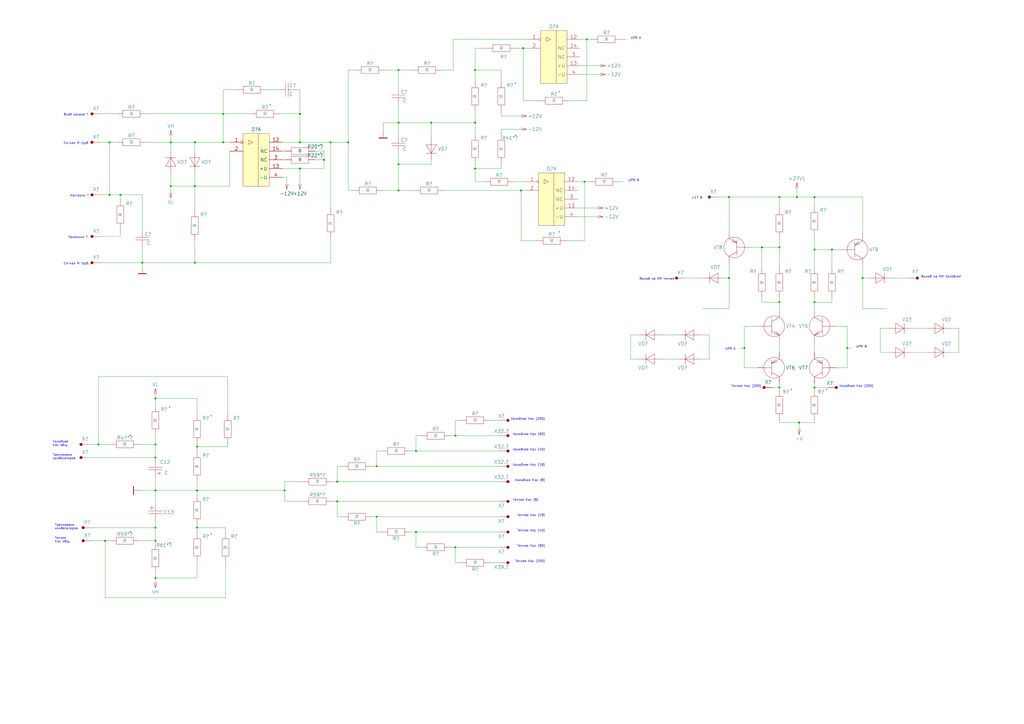
<source format=kicad_sch>
(kicad_sch (version 20231120) (generator "eeschema") (generator_version "8.0")
  (paper "A2")
  (junction (at 231.14 110.49))
  (junction (at 250.19 71.12))
  (junction (at 500.38 161.29))
  (junction (at 60.96 313.69))
  (junction (at 452.12 114.3))
  (junction (at 452.12 224.79))
  (junction (at 195.58 279.4))
  (junction (at 231.14 71.12))
  (junction (at 113.03 107.95))
  (junction (at 463.55 245.11))
  (junction (at 264.16 252.73))
  (junction (at 472.44 114.3))
  (junction (at 90.17 306.07))
  (junction (at 90.17 284.48))
  (junction (at 99.06 107.95))
  (junction (at 90.17 265.43))
  (junction (at 191.77 82.55))
  (junction (at 472.44 224.79))
  (junction (at 129.54 66.04))
  (junction (at 173.99 82.55))
  (junction (at 114.3 259.08))
  (junction (at 63.5 113.03))
  (junction (at 452.12 143.51))
  (junction (at 339.09 105.41))
  (junction (at 187.96 92.71))
  (junction (at 431.8 201.93))
  (junction (at 113.03 152.4))
  (junction (at 472.44 175.26))
  (junction (at 90.17 231.14))
  (junction (at 441.96 143.51))
  (junction (at 173.99 97.79))
  (junction (at 472.44 144.78))
  (junction (at 264.16 317.5))
  (junction (at 129.54 82.55))
  (junction (at 218.44 270.51))
  (junction (at 69.85 113.03))
  (junction (at 231.14 40.64))
  (junction (at 340.36 22.86))
  (junction (at 241.3 261.62))
  (junction (at 165.1 284.48))
  (junction (at 302.26 110.49))
  (junction (at 113.03 82.55))
  (junction (at 231.14 95.25))
  (junction (at 195.58 290.83))
  (junction (at 218.44 299.72))
  (junction (at 241.3 308.61))
  (junction (at 173.99 66.04))
  (junction (at 462.28 114.3))
  (junction (at 422.91 161.29))
  (junction (at 275.59 40.64))
  (junction (at 422.91 114.3))
  (junction (at 82.55 152.4))
  (junction (at 63.5 82.55))
  (junction (at 452.12 175.26))
  (junction (at 57.15 257.81))
  (junction (at 90.17 335.28))
  (junction (at 114.3 284.48))
  (junction (at 99.06 82.55))
  (junction (at 303.53 27.94))
  (junction (at 491.49 201.93))
  (junction (at 90.17 257.81))
  (junction (at 275.59 97.79))
  (junction (at 275.59 71.12))
  (junction (at 201.93 82.55))
  (junction (at 90.17 313.69))
  (junction (at 114.3 306.07))
  (junction (at 482.6 144.78))
  (wire (pts (xy 193.04 279.4) (xy 195.58 279.4)))
  (wire (pts (xy 472.44 172.72) (xy 472.44 175.26)))
  (wire (pts (xy 114.3 231.14) (xy 90.17 231.14)))
  (wire (pts (xy 99.06 100.33) (xy 99.06 107.95)))
  (wire (pts (xy 154.94 52.07) (xy 161.29 52.07)))
  (wire (pts (xy 452.12 143.51) (xy 452.12 154.94)))
  (wire (pts (xy 462.28 114.3) (xy 472.44 114.3)))
  (wire (pts (xy 328.93 139.7) (xy 339.09 139.7)))
  (wire (pts (xy 472.44 198.12) (xy 472.44 204.47)))
  (wire (pts (xy 201.93 40.64) (xy 201.93 82.55)))
  (wire (pts (xy 173.99 52.07) (xy 173.99 66.04)))
  (wire (pts (xy 218.44 261.62) (xy 220.98 261.62)))
  (wire (pts (xy 90.17 257.81) (xy 90.17 265.43)))
  (wire (pts (xy 261.62 317.5) (xy 264.16 317.5)))
  (wire (pts (xy 441.96 175.26) (xy 452.12 175.26)))
  (wire (pts (xy 290.83 95.25) (xy 290.83 97.79)))
  (wire (pts (xy 130.81 326.39) (xy 130.81 346.71)))
  (wire (pts (xy 63.5 113.03) (xy 69.85 113.03)))
  (wire (pts (xy 85.09 66.04) (xy 129.54 66.04)))
  (wire (pts (xy 81.28 313.69) (xy 90.17 313.69)))
  (wire (pts (xy 311.15 139.7) (xy 302.26 139.7)))
  (wire (pts (xy 195.58 279.4) (xy 289.56 279.4)))
  (wire (pts (xy 441.96 154.94) (xy 441.96 143.51)))
  (wire (pts (xy 527.05 161.29) (xy 516.89 161.29)))
  (wire (pts (xy 231.14 40.64) (xy 231.14 50.8)))
  (wire (pts (xy 90.17 337.82) (xy 90.17 335.28)))
  (wire (pts (xy 90.17 231.14) (xy 90.17 228.6)))
  (wire (pts (xy 60.96 313.69) (xy 63.5 313.69)))
  (wire (pts (xy 472.44 226.06) (xy 472.44 224.79)))
  (wire (pts (xy 129.54 66.04) (xy 129.54 52.07)))
  (wire (pts (xy 222.25 71.12) (xy 231.14 71.12)))
  (wire (pts (xy 528.32 190.5) (xy 538.48 190.5)))
  (wire (pts (xy 500.38 161.29) (xy 500.38 153.67)))
  (wire (pts (xy 81.28 284.48) (xy 90.17 284.48)))
  (wire (pts (xy 191.77 82.55) (xy 191.77 120.65)))
  (wire (pts (xy 264.16 252.73) (xy 289.56 252.73)))
  (wire (pts (xy 90.17 302.26) (xy 90.17 306.07)))
  (wire (pts (xy 452.12 243.84) (xy 452.12 245.11)))
  (wire (pts (xy 420.37 161.29) (xy 422.91 161.29)))
  (wire (pts (xy 238.76 261.62) (xy 241.3 261.62)))
  (wire (pts (xy 262.89 40.64) (xy 262.89 22.86)))
  (wire (pts (xy 231.14 71.12) (xy 250.19 71.12)))
  (wire (pts (xy 113.03 100.33) (xy 113.03 107.95)))
  (wire (pts (xy 58.42 152.4) (xy 82.55 152.4)))
  (wire (pts (xy 231.14 40.64) (xy 238.76 40.64)))
  (wire (pts (xy 264.16 243.84) (xy 266.7 243.84)))
  (wire (pts (xy 231.14 110.49) (xy 240.03 110.49)))
  (wire (pts (xy 90.17 234.95) (xy 90.17 231.14)))
  (wire (pts (xy 275.59 97.79) (xy 275.59 105.41)))
  (wire (pts (xy 472.44 114.3) (xy 500.38 114.3)))
  (wire (pts (xy 299.72 27.94) (xy 303.53 27.94)))
  (wire (pts (xy 452.12 224.79) (xy 452.12 222.25)))
  (wire (pts (xy 363.22 22.86) (xy 360.68 22.86)))
  (wire (pts (xy 250.19 95.25) (xy 231.14 95.25)))
  (wire (pts (xy 452.12 114.3) (xy 452.12 120.65)))
  (wire (pts (xy 290.83 97.79) (xy 275.59 97.79)))
  (wire (pts (xy 312.42 58.42) (xy 303.53 58.42)))
  (wire (pts (xy 57.15 218.44) (xy 57.15 257.81)))
  (wire (pts (xy 510.54 204.47) (xy 515.62 204.47)))
  (wire (pts (xy 528.32 204.47) (xy 538.48 204.47)))
  (wire (pts (xy 284.48 243.84) (xy 289.56 243.84)))
  (wire (pts (xy 422.91 161.29) (xy 422.91 152.4)))
  (wire (pts (xy 218.44 270.51) (xy 218.44 261.62)))
  (wire (pts (xy 250.19 92.71) (xy 250.19 95.25)))
  (wire (pts (xy 261.62 252.73) (xy 264.16 252.73)))
  (wire (pts (xy 452.12 204.47) (xy 452.12 198.12)))
  (wire (pts (xy 193.04 290.83) (xy 195.58 290.83)))
  (wire (pts (xy 129.54 82.55) (xy 133.35 82.55)))
  (wire (pts (xy 485.14 213.36) (xy 491.49 213.36)))
  (wire (pts (xy 218.44 299.72) (xy 218.44 308.61)))
  (wire (pts (xy 171.45 52.07) (xy 173.99 52.07)))
  (wire (pts (xy 195.58 290.83) (xy 195.58 299.72)))
  (wire (pts (xy 275.59 77.47) (xy 275.59 71.12)))
  (wire (pts (xy 298.45 105.41) (xy 304.8 105.41)))
  (wire (pts (xy 144.78 66.04) (xy 129.54 66.04)))
  (wire (pts (xy 63.5 82.55) (xy 67.31 82.55)))
  (wire (pts (xy 452.12 180.34) (xy 452.12 175.26)))
  (wire (pts (xy 515.62 190.5) (xy 510.54 190.5)))
  (wire (pts (xy 191.77 152.4) (xy 113.03 152.4)))
  (wire (pts (xy 500.38 114.3) (xy 500.38 135.89)))
  (wire (pts (xy 504.19 161.29) (xy 500.38 161.29)))
  (wire (pts (xy 129.54 66.04) (xy 129.54 82.55)))
  (wire (pts (xy 132.08 259.08) (xy 132.08 257.81)))
  (wire (pts (xy 130.81 306.07) (xy 130.81 308.61)))
  (wire (pts (xy 231.14 60.96) (xy 231.14 71.12)))
  (wire (pts (xy 406.4 208.28) (xy 411.48 208.28)))
  (wire (pts (xy 284.48 326.39) (xy 289.56 326.39)))
  (wire (pts (xy 132.08 218.44) (xy 57.15 218.44)))
  (wire (pts (xy 163.83 102.87) (xy 166.37 102.87)))
  (wire (pts (xy 452.12 175.26) (xy 452.12 172.72)))
  (wire (pts (xy 187.96 92.71) (xy 182.88 92.71)))
  (wire (pts (xy 336.55 43.18) (xy 347.98 43.18)))
  (wire (pts (xy 163.83 82.55) (xy 173.99 82.55)))
  (wire (pts (xy 491.49 201.93) (xy 491.49 189.23)))
  (wire (pts (xy 58.42 66.04) (xy 67.31 66.04)))
  (wire (pts (xy 441.96 172.72) (xy 441.96 175.26)))
  (wire (pts (xy 173.99 66.04) (xy 162.56 66.04)))
  (wire (pts (xy 472.44 224.79) (xy 472.44 222.25)))
  (wire (pts (xy 114.3 259.08) (xy 114.3 257.81)))
  (wire (pts (xy 347.98 38.1) (xy 336.55 38.1)))
  (wire (pts (xy 365.76 194.31) (xy 370.84 194.31)))
  (wire (pts (xy 264.16 317.5) (xy 289.56 317.5)))
  (wire (pts (xy 452.12 138.43) (xy 452.12 143.51)))
  (wire (pts (xy 165.1 290.83) (xy 165.1 284.48)))
  (wire (pts (xy 365.76 208.28) (xy 365.76 194.31)))
  (wire (pts (xy 187.96 92.71) (xy 187.96 97.79)))
  (wire (pts (xy 114.3 306.07) (xy 114.3 308.61)))
  (wire (pts (xy 58.42 82.55) (xy 63.5 82.55)))
  (wire (pts (xy 191.77 82.55) (xy 201.93 82.55)))
  (wire (pts (xy 173.99 97.79) (xy 173.99 106.68)))
  (wire (pts (xy 411.48 194.31) (xy 406.4 194.31)))
  (wire (pts (xy 452.12 245.11) (xy 463.55 245.11)))
  (wire (pts (xy 113.03 152.4) (xy 113.03 139.7)))
  (wire (pts (xy 397.51 161.29) (xy 407.67 161.29)))
  (wire (pts (xy 114.3 240.03) (xy 114.3 231.14)))
  (wire (pts (xy 165.1 279.4) (xy 165.1 284.48)))
  (wire (pts (xy 275.59 105.41) (xy 280.67 105.41)))
  (wire (pts (xy 241.3 261.62) (xy 289.56 261.62)))
  (wire (pts (xy 431.8 189.23) (xy 439.42 189.23)))
  (wire (pts (xy 491.49 189.23) (xy 485.14 189.23)))
  (wire (pts (xy 422.91 161.29) (xy 422.91 179.07)))
  (wire (pts (xy 290.83 67.31) (xy 290.83 64.77)))
  (wire (pts (xy 303.53 27.94) (xy 306.07 27.94)))
  (wire (pts (xy 114.3 304.8) (xy 114.3 306.07)))
  (wire (pts (xy 133.35 87.63) (xy 133.35 107.95)))
  (wire (pts (xy 551.18 190.5) (xy 556.26 190.5)))
  (wire (pts (xy 82.55 152.4) (xy 113.03 152.4)))
  (wire (pts (xy 264.16 317.5) (xy 264.16 326.39)))
  (wire (pts (xy 335.28 125.73) (xy 346.71 125.73)))
  (wire (pts (xy 448.31 224.79) (xy 452.12 224.79)))
  (wire (pts (xy 114.3 335.28) (xy 90.17 335.28)))
  (wire (pts (xy 411.48 208.28) (xy 411.48 194.31)))
  (wire (pts (xy 99.06 107.95) (xy 113.03 107.95)))
  (wire (pts (xy 361.95 105.41) (xy 359.41 105.41)))
  (wire (pts (xy 60.96 346.71) (xy 60.96 313.69)))
  (wire (pts (xy 250.19 80.01) (xy 250.19 71.12)))
  (wire (pts (xy 556.26 204.47) (xy 551.18 204.47)))
  (wire (pts (xy 500.38 161.29) (xy 500.38 179.07)))
  (wire (pts (xy 482.6 154.94) (xy 482.6 144.78)))
  (wire (pts (xy 114.3 306.07) (xy 130.81 306.07)))
  (wire (pts (xy 330.2 58.42) (xy 340.36 58.42)))
  (wire (pts (xy 90.17 284.48) (xy 90.17 276.86)))
  (wire (pts (xy 163.83 87.63) (xy 165.1 87.63)))
  (wire (pts (xy 52.07 265.43) (xy 90.17 265.43)))
  (wire (pts (xy 191.77 138.43) (xy 191.77 152.4)))
  (wire (pts (xy 256.54 40.64) (xy 262.89 40.64)))
  (wire (pts (xy 223.52 40.64) (xy 231.14 40.64)))
  (wire (pts (xy 90.17 252.73) (xy 90.17 257.81)))
  (wire (pts (xy 132.08 240.03) (xy 132.08 218.44)))
  (wire (pts (xy 69.85 113.03) (xy 69.85 115.57)))
  (wire (pts (xy 195.58 290.83) (xy 289.56 290.83)))
  (wire (pts (xy 173.99 82.55) (xy 173.99 66.04)))
  (wire (pts (xy 114.3 284.48) (xy 114.3 279.4)))
  (wire (pts (xy 231.14 88.9) (xy 231.14 95.25)))
  (wire (pts (xy 472.44 180.34) (xy 472.44 175.26)))
  (wire (pts (xy 53.34 306.07) (xy 90.17 306.07)))
  (wire (pts (xy 422.91 179.07) (xy 407.67 179.07)))
  (wire (pts (xy 482.6 144.78) (xy 487.68 144.78)))
  (wire (pts (xy 215.9 270.51) (xy 218.44 270.51)))
  (wire (pts (xy 472.44 224.79) (xy 480.06 224.79)))
  (wire (pts (xy 262.89 22.86) (xy 306.07 22.86)))
  (wire (pts (xy 58.42 113.03) (xy 63.5 113.03)))
  (wire (pts (xy 82.55 133.35) (xy 82.55 113.03)))
  (wire (pts (xy 63.5 113.03) (xy 63.5 82.55)))
  (wire (pts (xy 339.09 105.41) (xy 341.63 105.41)))
  (wire (pts (xy 90.17 306.07) (xy 90.17 313.69)))
  (wire (pts (xy 241.3 308.61) (xy 289.56 308.61)))
  (wire (pts (xy 370.84 208.28) (xy 365.76 208.28)))
  (wire (pts (xy 241.3 252.73) (xy 243.84 252.73)))
  (wire (pts (xy 264.16 252.73) (xy 264.16 243.84)))
  (wire (pts (xy 264.16 326.39) (xy 266.7 326.39)))
  (wire (pts (xy 431.8 213.36) (xy 431.8 201.93)))
  (wire (pts (xy 500.38 179.07) (xy 514.35 179.07)))
  (wire (pts (xy 393.7 208.28) (xy 383.54 208.28)))
  (wire (pts (xy 82.55 152.4) (xy 82.55 143.51)))
  (wire (pts (xy 187.96 87.63) (xy 187.96 92.71)))
  (wire (pts (xy 422.91 114.3) (xy 452.12 114.3)))
  (wire (pts (xy 99.06 82.55) (xy 113.03 82.55)))
  (wire (pts (xy 58.42 137.16) (xy 69.85 137.16)))
  (wire (pts (xy 302.26 67.31) (xy 290.83 67.31)))
  (wire (pts (xy 218.44 299.72) (xy 289.56 299.72)))
  (wire (pts (xy 195.58 270.51) (xy 198.12 270.51)))
  (wire (pts (xy 53.34 313.69) (xy 60.96 313.69)))
  (wire (pts (xy 90.17 265.43) (xy 90.17 266.7)))
  (wire (pts (xy 231.14 95.25) (xy 231.14 110.49)))
  (wire (pts (xy 250.19 71.12) (xy 275.59 71.12)))
  (wire (pts (xy 113.03 121.92) (xy 113.03 107.95)))
  (wire (pts (xy 218.44 308.61) (xy 220.98 308.61)))
  (wire (pts (xy 472.44 114.3) (xy 472.44 119.38)))
  (wire (pts (xy 175.26 290.83) (xy 165.1 290.83)))
  (wire (pts (xy 393.7 194.31) (xy 383.54 194.31)))
  (wire (pts (xy 303.53 58.42) (xy 303.53 27.94)))
  (wire (pts (xy 452.12 226.06) (xy 452.12 224.79)))
  (wire (pts (xy 222.25 110.49) (xy 231.14 110.49)))
  (wire (pts (xy 215.9 299.72) (xy 218.44 299.72)))
  (wire (pts (xy 90.17 292.1) (xy 90.17 284.48)))
  (wire (pts (xy 463.55 245.11) (xy 472.44 245.11)))
  (wire (pts (xy 335.28 105.41) (xy 339.09 105.41)))
  (wire (pts (xy 90.17 335.28) (xy 90.17 332.74)))
  (wire (pts (xy 241.3 261.62) (xy 241.3 252.73)))
  (wire (pts (xy 340.36 58.42) (xy 340.36 22.86)))
  (wire (pts (xy 99.06 82.55) (xy 99.06 78.74)))
  (wire (pts (xy 99.06 87.63) (xy 99.06 82.55)))
  (wire (pts (xy 195.58 279.4) (xy 195.58 270.51)))
  (wire (pts (xy 90.17 313.69) (xy 90.17 314.96)))
  (wire (pts (xy 114.3 326.39) (xy 114.3 335.28)))
  (wire (pts (xy 130.81 346.71) (xy 60.96 346.71)))
  (wire (pts (xy 114.3 259.08) (xy 132.08 259.08)))
  (wire (pts (xy 257.81 110.49) (xy 302.26 110.49)))
  (wire (pts (xy 510.54 190.5) (xy 510.54 204.47)))
  (wire (pts (xy 462.28 114.3) (xy 462.28 109.22)))
  (wire (pts (xy 90.17 284.48) (xy 114.3 284.48)))
  (wire (pts (xy 85.09 82.55) (xy 99.06 82.55)))
  (wire (pts (xy 275.59 27.94) (xy 281.94 27.94)))
  (wire (pts (xy 163.83 97.79) (xy 173.99 97.79)))
  (wire (pts (xy 69.85 137.16) (xy 69.85 133.35)))
  (wire (pts (xy 173.99 82.55) (xy 191.77 82.55)))
  (wire (pts (xy 275.59 95.25) (xy 275.59 97.79)))
  (wire (pts (xy 482.6 175.26) (xy 482.6 172.72)))
  (wire (pts (xy 472.44 175.26) (xy 482.6 175.26)))
  (wire (pts (xy 472.44 245.11) (xy 472.44 243.84)))
  (wire (pts (xy 82.55 154.94) (xy 82.55 152.4)))
  (wire (pts (xy 52.07 257.81) (xy 57.15 257.81)))
  (wire (pts (xy 431.8 201.93) (xy 429.26 201.93)))
  (wire (pts (xy 441.96 143.51) (xy 452.12 143.51)))
  (wire (pts (xy 238.76 308.61) (xy 241.3 308.61)))
  (wire (pts (xy 302.26 139.7) (xy 302.26 110.49)))
  (wire (pts (xy 204.47 110.49) (xy 201.93 110.49)))
  (wire (pts (xy 129.54 52.07) (xy 137.16 52.07)))
  (wire (pts (xy 57.15 257.81) (xy 63.5 257.81)))
  (wire (pts (xy 336.55 22.86) (xy 340.36 22.86)))
  (wire (pts (xy 491.49 213.36) (xy 491.49 201.93)))
  (wire (pts (xy 431.8 201.93) (xy 431.8 189.23)))
  (wire (pts (xy 218.44 270.51) (xy 289.56 270.51)))
  (wire (pts (xy 346.71 120.65) (xy 335.28 120.65)))
  (wire (pts (xy 275.59 71.12) (xy 275.59 64.77)))
  (wire (pts (xy 241.3 317.5) (xy 243.84 317.5)))
  (wire (pts (xy 175.26 279.4) (xy 165.1 279.4)))
  (wire (pts (xy 275.59 40.64) (xy 275.59 27.94)))
  (wire (pts (xy 113.03 82.55) (xy 129.54 82.55)))
  (wire (pts (xy 99.06 111.76) (xy 99.06 107.95)))
  (wire (pts (xy 182.88 87.63) (xy 187.96 87.63)))
  (wire (pts (xy 113.03 107.95) (xy 133.35 107.95)))
  (wire (pts (xy 482.6 144.78) (xy 472.44 144.78)))
  (wire (pts (xy 81.28 257.81) (xy 90.17 257.81)))
  (wire (pts (xy 231.14 71.12) (xy 231.14 78.74)))
  (wire (pts (xy 241.3 308.61) (xy 241.3 317.5)))
  (wire (pts (xy 165.1 92.71) (xy 163.83 92.71)))
  (wire (pts (xy 556.26 190.5) (xy 556.26 204.47)))
  (wire (pts (xy 416.56 114.3) (xy 422.91 114.3)))
  (wire (pts (xy 290.83 74.93) (xy 302.26 74.93)))
  (wire (pts (xy 275.59 46.99) (xy 275.59 40.64)))
  (wire (pts (xy 201.93 40.64) (xy 205.74 40.64)))
  (wire (pts (xy 463.55 248.92) (xy 463.55 245.11)))
  (wire (pts (xy 222.25 76.2) (xy 222.25 71.12)))
  (wire (pts (xy 340.36 22.86) (xy 342.9 22.86)))
  (wire (pts (xy 339.09 139.7) (xy 339.09 105.41)))
  (wire (pts (xy 195.58 299.72) (xy 198.12 299.72)))
  (wire (pts (xy 302.26 110.49) (xy 304.8 110.49)))
  (wire (pts (xy 290.83 46.99) (xy 290.83 40.64)))
  (wire (pts (xy 114.3 284.48) (xy 165.1 284.48)))
  (wire (pts (xy 290.83 40.64) (xy 275.59 40.64)))
  (wire (pts (xy 114.3 261.62) (xy 114.3 259.08)))
  (wire (pts (xy 113.03 87.63) (xy 113.03 82.55)))
  (wire (pts (xy 173.99 97.79) (xy 187.96 97.79)))
  (wire (pts (xy 166.37 102.87) (xy 166.37 106.68)))
  (wire (pts (xy 439.42 213.36) (xy 431.8 213.36)))
  (wire (pts (xy 201.93 82.55) (xy 201.93 110.49)))
  (wire (pts (xy 290.83 77.47) (xy 290.83 74.93)))
  (wire (pts (xy 441.96 143.51) (xy 435.61 143.51)))
  (wire (pts (xy 114.3 284.48) (xy 114.3 287.02)))
  (wire (pts (xy 472.44 154.94) (xy 472.44 144.78)))
  (wire (pts (xy 422.91 134.62) (xy 422.91 114.3)))
  (wire (pts (xy 452.12 114.3) (xy 462.28 114.3)))
  (wire (pts (xy 82.55 113.03) (xy 69.85 113.03)))
  (wire (pts (xy 494.03 201.93) (xy 491.49 201.93)))
  (wire (pts (xy 472.44 144.78) (xy 472.44 137.16)))
  (text "*" (at 298.45 49.53 0) (effects (font (size 1.27 1.27)) (justify left bottom)))
  (text "Холоднее Кос (200)" (at 316.23 243.84 0) (effects (font (size 1.27 1.27)) (justify right bottom)))
  (text "*" (at 323.85 135.89 0) (effects (font (size 1.27 1.27)) (justify left bottom)))
  (text "Вход канала Т" (at 36.83 67.31 0) (effects (font (size 1.27 1.27)) (justify left bottom)))
  (text "Холоднее Кос (40)" (at 316.23 261.62 0) (effects (font (size 1.27 1.27)) (justify right bottom)))
  (text "Теплее Кос (18)" (at 316.23 299.72 0) (effects (font (size 1.27 1.27)) (justify right bottom)))
  (text "Теплее Кос (200)" (at 424.18 224.79 0) (effects (font (size 1.27 1.27)) (justify left bottom)))
  (text "*" (at 458.47 227.33 0) (effects (font (size 1.27 1.27)) (justify left bottom)))
  (text "*" (at 185.42 90.17 0) (effects (font (size 1.27 1.27)) (justify left bottom)))
  (text "*" (at 298.45 80.01 0) (effects (font (size 1.27 1.27)) (justify left bottom)))
  (text "*" (at 74.93 254 0) (effects (font (size 1.27 1.27)) (justify left bottom)))
  (text "Контроль Т" (at 40.64 114.3 0) (effects (font (size 1.27 1.27)) (justify left bottom)))
  (text "Сигнал М труб." (at 36.83 153.67 0) (effects (font (size 1.27 1.27)) (justify left bottom)))
  (text "Холоднее Кос (90)" (at 316.23 252.73 0) (effects (font (size 1.27 1.27)) (justify right bottom)))
  (text "Теплее Кос (8)" (at 312.42 290.83 0) (effects (font (size 1.27 1.27)) (justify right bottom)))
  (text "Теплее\nКос общ." (at 31.75 314.96 0) (effects (font (size 1.27 1.27)) (justify left bottom)))
  (text "Тренировка \nкондесаторов" (at 30.48 266.7 0) (effects (font (size 1.27 1.27)) (justify left bottom)))
  (text "UPR A" (at 426.72 203.2 0) (effects (font (size 1.27 1.27)) (justify right bottom)))
  (text "Холоднее Кос (18)" (at 316.23 270.51 0) (effects (font (size 1.27 1.27)) (justify right bottom)))
  (text "Холоднее Кос (8)" (at 316.23 279.4 0) (effects (font (size 1.27 1.27)) (justify right bottom)))
  (text "*" (at 97.79 237.49 0) (effects (font (size 1.27 1.27)) (justify left bottom)))
  (text "*" (at 97.79 316.23 0) (effects (font (size 1.27 1.27)) (justify left bottom)))
  (text "*" (at 121.92 311.15 0) (effects (font (size 1.27 1.27)) (justify left bottom)))
  (text "*" (at 323.85 54.61 0) (effects (font (size 1.27 1.27)) (justify left bottom)))
  (text "Выход на ИМ теплее" (at 370.84 162.56 0) (effects (font (size 1.27 1.27)) (justify left bottom)))
  (text "Холоднее \nКос общ." (at 30.48 259.08 0) (effects (font (size 1.27 1.27)) (justify left bottom)))
  (text "Теплее Кос (200)" (at 316.23 326.39 0) (effects (font (size 1.27 1.27)) (justify right bottom)))
  (text "Теплее Кос (40)" (at 316.23 308.61 0) (effects (font (size 1.27 1.27)) (justify right bottom)))
  (text "*" (at 156.21 62.23 0) (effects (font (size 1.27 1.27)) (justify left bottom)))
  (text "Выход на ИМ Холоднее" (at 557.53 161.29 0) (effects (font (size 1.27 1.27)) (justify right bottom)))
  (text "*" (at 121.92 242.57 0) (effects (font (size 1.27 1.27)) (justify left bottom)))
  (text "Сигнал М труб" (at 36.83 83.82 0) (effects (font (size 1.27 1.27)) (justify left bottom)))
  (text "Теплее Кос (90)" (at 316.23 317.5 0) (effects (font (size 1.27 1.27)) (justify right bottom)))
  (text "*" (at 185.42 85.09 0) (effects (font (size 1.27 1.27)) (justify left bottom)))
  (text "UPR A" (at 365.76 22.86 0) (effects (font (size 1.27 1.27)) (justify left bottom)))
  (text "UPR B" (at 496.57 201.93 0) (effects (font (size 1.27 1.27)) (justify left bottom)))
  (text "*" (at 478.79 227.33 0) (effects (font (size 1.27 1.27)) (justify left bottom)))
  (text " +27 B" (at 400.05 115.57 0) (effects (font (size 1.27 1.27)) (justify left bottom)))
  (text "Тренировка \nкондесаторов" (at 31.75 307.34 0) (effects (font (size 1.27 1.27)) (justify left bottom)))
  (text "Холоднее Кос (200)" (at 506.73 224.79 0) (effects (font (size 1.27 1.27)) (justify right bottom)))
  (text "Приемник Т " (at 39.37 138.43 0) (effects (font (size 1.27 1.27)) (justify left bottom)))
  (text "UPR B" (at 364.49 105.41 0) (effects (font (size 1.27 1.27)) (justify left bottom)))
  (text "*" (at 74.93 309.88 0) (effects (font (size 1.27 1.27)) (justify left bottom)))
  (symbol (lib_id "Device_GOST:VD") (at 99.06 93.98 270) (unit 1)
    (property "Reference" "VD?" (at 102.7684 93.98 90) (effects (font (size 2.0066 2.0066)) (justify left)))
    (property "Value" "VD" (effects (hide yes)))
    (instances (project "" (path "" (reference "VD?") (unit 1)) (path "" (reference "VD2") (unit 1))))
  )
  (symbol (lib_id "Device_GOST:VD") (at 113.03 93.98 90) (unit 1)
    (property "Reference" "VD?" (at 116.7384 93.98 90) (effects (font (size 2.0066 2.0066)) (justify right)))
    (property "Value" "VD" (effects (hide yes)))
    (instances (project "" (path "" (reference "VD?") (unit 1)) (path "" (reference "VD3") (unit 1))))
  )
  (symbol (lib_id "Amplifier_Operational_GOST:140УД20") (at 148.59 92.71 0) (unit 1)
    (property "Reference" "D?" (at 148.59 75.057 0) (effects (font (size 2.0066 2.0066))))
    (property "Value" "140УД20" (effects (hide yes)))
    (property "Footprint" "Package_CDFP_RU:401.14-5" (effects (hide yes)))
    (property "Datasheet" "http://www.voshod-krlz.ru/files/datasheets/140UD20.pdf" (effects (hide yes)))
    (instances (project "" (path "" (reference "D?") (unit 1)) (path "" (reference "D3") (unit 1))))
  )
  (symbol (lib_id "Device_GOST:R") (at 153.67 66.04 0) (unit 1)
    (property "Reference" "R?" (at 153.67 62.23 0) (effects (font (size 2.0066 2.0066))))
    (property "Value" "R" (at 153.67 66.04 0) (effects (font (size 2.0066 2.0066))))
    (instances (project "" (path "" (reference "R?") (unit 1)) (path "" (reference "R17") (unit 1))))
  )
  (symbol (lib_id "Connector_Generic_GOST:CON") (at 58.42 66.04 0) (unit 1)
    (property "Reference" "X?" (at 55.7022 62.865 0) (effects (font (size 2.0066 2.0066))))
    (property "Value" "CON" (effects (hide yes)))
    (property "PIN" "NAME" (effects (hide yes)))
    (instances (project "" (path "" (reference "X?") (unit 1)) (path "" (reference "X31") (unit 1))))
  )
  (symbol (lib_id "Connector_Generic_GOST:CON") (at 58.42 82.55 0) (unit 1)
    (property "Reference" "X?" (at 55.7022 79.375 0) (effects (font (size 2.0066 2.0066))))
    (property "Value" "CON" (effects (hide yes)))
    (property "PIN" "NAME" (effects (hide yes)))
    (instances (project "" (path "" (reference "X?") (unit 1)) (path "" (reference "X20") (unit 1))))
  )
  (symbol (lib_id "Connector_Generic_GOST:CON") (at 58.42 113.03 0) (unit 1)
    (property "Reference" "X?" (at 55.7022 109.855 0) (effects (font (size 2.0066 2.0066))))
    (property "Value" "CON" (effects (hide yes)))
    (property "PIN" "NAME" (effects (hide yes)))
    (instances (project "" (path "" (reference "X?") (unit 1)) (path "" (reference "X24") (unit 1))))
  )
  (symbol (lib_id "Connector_Generic_GOST:CON") (at 58.42 137.16 0) (unit 1)
    (property "Reference" "X?" (at 55.7022 133.985 0) (effects (font (size 2.0066 2.0066))))
    (property "Value" "CON" (effects (hide yes)))
    (property "PIN" "NAME" (effects (hide yes)))
    (instances (project "" (path "" (reference "X?") (unit 1)) (path "" (reference "X12") (unit 1))))
  )
  (symbol (lib_id "Connector_Generic_GOST:CON") (at 58.42 152.4 0) (unit 1)
    (property "Reference" "X?" (at 55.7022 149.225 0) (effects (font (size 2.0066 2.0066))))
    (property "Value" "CON" (effects (hide yes)))
    (property "PIN" "NAME" (effects (hide yes)))
    (instances (project "" (path "" (reference "X?") (unit 1)) (path "" (reference "X11") (unit 1))))
  )
  (symbol (lib_id "power_GOST:+12V") (at 173.99 106.68 180) (unit 1)
    (property "Reference" "#PWR?" (effects (hide yes)))
    (property "Value" "+12V" (at 173.99 112.268 0) (effects (font (size 2.0066 2.0066))))
  )
  (symbol (lib_id "power_GOST:-12V") (at 166.37 106.68 0) (unit 1)
    (property "Reference" "#PWR?" (effects (hide yes)))
    (property "Value" "-12V" (at 166.37 112.268 0) (effects (font (size 2.0066 2.0066))))
  )
  (symbol (lib_id "Device_GOST:R") (at 173.99 87.63 0) (unit 1)
    (property "Reference" "R20*?" (at 182.88 85.09 0) (effects (font (size 2.0066 2.0066))))
    (property "Value" "R" (at 173.99 87.63 0) (effects (font (size 2.0066 2.0066))))
    (instances (project "" (path "" (reference "R20*?") (unit 1)) (path "" (reference "R21") (unit 1))))
  )
  (symbol (lib_id "Device_GOST:R") (at 173.99 92.71 0) (unit 1)
    (property "Reference" "R22*?" (at 182.88 90.17 0) (effects (font (size 2.0066 2.0066))))
    (property "Value" "R" (at 173.99 92.71 0) (effects (font (size 2.0066 2.0066))))
    (instances (project "" (path "" (reference "R22*?") (unit 1)) (path "" (reference "R23") (unit 1))))
  )
  (symbol (lib_id "Device_GOST:R") (at 76.2 66.04 0) (unit 1)
    (property "Reference" "R?" (at 76.2 62.23 0) (effects (font (size 2.0066 2.0066))))
    (property "Value" "R" (at 76.2 66.04 0) (effects (font (size 2.0066 2.0066))))
    (instances (project "" (path "" (reference "R?") (unit 1)) (path "" (reference "R3") (unit 1))))
  )
  (symbol (lib_id "Device_GOST:R") (at 76.2 82.55 0) (unit 1)
    (property "Reference" "R?" (at 76.2 78.74 0) (effects (font (size 2.0066 2.0066))))
    (property "Value" "R" (at 76.2 82.55 0) (effects (font (size 2.0066 2.0066))))
    (instances (project "" (path "" (reference "R?") (unit 1)) (path "" (reference "R4") (unit 1))))
  )
  (symbol (lib_id "Device_GOST:R") (at 69.85 124.46 270) (unit 1)
    (property "Reference" "R?" (at 74.93 118.11 90) (effects (font (size 2.0066 2.0066))))
    (property "Value" "R" (at 69.85 124.46 0) (effects (font (size 2.0066 2.0066))))
    (instances (project "" (path "" (reference "R?") (unit 1)) (path "" (reference "R5") (unit 1))))
  )
  (symbol (lib_id "Device_GOST:C") (at 82.55 138.43 0) (unit 1)
    (property "Reference" "C?" (at 83.82 135.89 0) (effects (font (size 2.0066 2.0066)) (justify left)))
    (property "Value" "C" (at 85.09 140.97 0) (effects (font (size 2.0066 2.0066)) (justify left)))
    (instances (project "" (path "" (reference "C?") (unit 1)) (path "" (reference "C1") (unit 1))))
  )
  (symbol (lib_id "power_GOST:GND") (at 82.55 154.94 0) (unit 1)
    (property "Reference" "#PWR?" (effects (hide yes)))
    (property "Value" "GND" (effects (hide yes)))
  )
  (symbol (lib_id "Device_GOST:R") (at 113.03 130.81 270) (unit 1)
    (property "Reference" "R?" (at 118.11 124.46 90) (effects (font (size 2.0066 2.0066))))
    (property "Value" "R" (at 113.03 130.81 0) (effects (font (size 2.0066 2.0066))))
    (instances (project "" (path "" (reference "R?") (unit 1)) (path "" (reference "R16") (unit 1))))
  )
  (symbol (lib_id "power_GOST:VH") (at 99.06 78.74 0) (unit 1)
    (property "Reference" "#PWR?" (effects (hide yes)))
    (property "Value" "VH" (at 99.06 73.1266 0) (effects (font (size 2.0066 2.0066))))
  )
  (symbol (lib_id "power_GOST:VL") (at 99.06 111.76 180) (unit 1)
    (property "Reference" "#PWR?" (effects (hide yes)))
    (property "Value" "VL" (at 99.06 117.348 0) (effects (font (size 2.0066 2.0066))))
  )
  (symbol (lib_id "Device_GOST:C") (at 166.37 52.07 270) (unit 1)
    (property "Reference" "C?" (at 167.64 49.53 90) (effects (font (size 2.0066 2.0066)) (justify left)))
    (property "Value" "C" (at 167.64 54.61 90) (effects (font (size 2.0066 2.0066)) (justify left)))
    (instances (project "" (path "" (reference "C?") (unit 1)) (path "" (reference "C5") (unit 1))))
  )
  (symbol (lib_id "Device_GOST:R") (at 146.05 52.07 0) (unit 1)
    (property "Reference" "R?" (at 146.05 48.26 0) (effects (font (size 2.0066 2.0066))))
    (property "Value" "R" (at 146.05 52.07 0) (effects (font (size 2.0066 2.0066))))
    (instances (project "" (path "" (reference "R?") (unit 1)) (path "" (reference "R18") (unit 1))))
  )
  (symbol (lib_id "Device_GOST:R") (at 214.63 40.64 0) (unit 1)
    (property "Reference" "R?" (at 214.63 36.83 0) (effects (font (size 2.0066 2.0066))))
    (property "Value" "R" (at 214.63 40.64 0) (effects (font (size 2.0066 2.0066))))
    (instances (project "" (path "" (reference "R?") (unit 1)) (path "" (reference "R30") (unit 1))))
  )
  (symbol (lib_id "Device_GOST:R") (at 191.77 129.54 270) (unit 1)
    (property "Reference" "R?" (at 196.85 123.19 90) (effects (font (size 2.0066 2.0066))))
    (property "Value" "R" (at 191.77 129.54 0) (effects (font (size 2.0066 2.0066))))
    (instances (project "" (path "" (reference "R?") (unit 1)) (path "" (reference "R19") (unit 1))))
  )
  (symbol (lib_id "Device_GOST:C") (at 231.14 55.88 0) (unit 1)
    (property "Reference" "C?" (at 232.41 53.34 0) (effects (font (size 2.0066 2.0066)) (justify left)))
    (property "Value" "C" (at 233.68 58.42 0) (effects (font (size 2.0066 2.0066)) (justify left)))
    (instances (project "" (path "" (reference "C?") (unit 1)) (path "" (reference "C6") (unit 1))))
  )
  (symbol (lib_id "Device_GOST:R") (at 247.65 40.64 0) (unit 1)
    (property "Reference" "R?" (at 247.65 36.83 0) (effects (font (size 2.0066 2.0066))))
    (property "Value" "R" (at 247.65 40.64 0) (effects (font (size 2.0066 2.0066))))
    (instances (project "" (path "" (reference "R?") (unit 1)) (path "" (reference "R32") (unit 1))))
  )
  (symbol (lib_id "Amplifier_Operational_GOST:140УД20") (at 321.31 33.02 0) (unit 1)
    (property "Reference" "D?" (at 321.31 15.367 0) (effects (font (size 2.0066 2.0066))))
    (property "Value" "140УД20" (effects (hide yes)))
    (property "Footprint" "Package_CDFP_RU:401.14-5" (effects (hide yes)))
    (property "Datasheet" "http://www.voshod-krlz.ru/files/datasheets/140UD20.pdf" (effects (hide yes)))
    (instances (project "" (path "" (reference "D?") (unit 1)) (path "" (reference "D5") (unit 1))))
  )
  (symbol (lib_id "Amplifier_Operational_GOST:140УД20") (at 320.04 115.57 0) (unit 1)
    (property "Reference" "D?" (at 320.04 97.917 0) (effects (font (size 2.0066 2.0066))))
    (property "Value" "140УД20" (effects (hide yes)))
    (property "Footprint" "Package_CDFP_RU:401.14-5" (effects (hide yes)))
    (property "Datasheet" "http://www.voshod-krlz.ru/files/datasheets/140UD20.pdf" (effects (hide yes)))
    (instances (project "" (path "" (reference "D?") (unit 1)) (path "" (reference "D6") (unit 1))))
  )
  (symbol (lib_id "Device_GOST:R") (at 213.36 110.49 0) (unit 1)
    (property "Reference" "R?" (at 213.36 106.68 0) (effects (font (size 2.0066 2.0066))))
    (property "Value" "R" (at 213.36 110.49 0) (effects (font (size 2.0066 2.0066))))
    (instances (project "" (path "" (reference "R?") (unit 1)) (path "" (reference "R31") (unit 1))))
  )
  (symbol (lib_id "Device_GOST:R") (at 248.92 110.49 0) (unit 1)
    (property "Reference" "R?" (at 248.92 106.68 0) (effects (font (size 2.0066 2.0066))))
    (property "Value" "R" (at 248.92 110.49 0) (effects (font (size 2.0066 2.0066))))
    (instances (project "" (path "" (reference "R?") (unit 1)) (path "" (reference "R33") (unit 1))))
  )
  (symbol (lib_id "Device_GOST:R") (at 275.59 86.36 270) (unit 1)
    (property "Reference" "R?" (at 280.67 80.01 90) (effects (font (size 2.0066 2.0066))))
    (property "Value" "R" (at 275.59 86.36 0) (effects (font (size 2.0066 2.0066))))
    (instances (project "" (path "" (reference "R?") (unit 1)) (path "" (reference "R35") (unit 1))))
  )
  (symbol (lib_id "Device_GOST:R") (at 275.59 55.88 270) (unit 1)
    (property "Reference" "R?" (at 280.67 49.53 90) (effects (font (size 2.0066 2.0066))))
    (property "Value" "R" (at 275.59 55.88 0) (effects (font (size 2.0066 2.0066))))
    (instances (project "" (path "" (reference "R?") (unit 1)) (path "" (reference "R34") (unit 1))))
  )
  (symbol (lib_id "Device_GOST:R") (at 290.83 27.94 0) (unit 1)
    (property "Reference" "R?" (at 292.1 33.02 0) (effects (font (size 2.0066 2.0066))))
    (property "Value" "R" (at 290.83 27.94 0) (effects (font (size 2.0066 2.0066))))
    (instances (project "" (path "" (reference "R?") (unit 1)) (path "" (reference "R38") (unit 1))))
  )
  (symbol (lib_id "Device_GOST:R") (at 289.56 105.41 0) (unit 1)
    (property "Reference" "R?" (at 289.56 101.6 0) (effects (font (size 2.0066 2.0066))))
    (property "Value" "R" (at 289.56 105.41 0) (effects (font (size 2.0066 2.0066))))
    (instances (project "" (path "" (reference "R?") (unit 1)) (path "" (reference "R39") (unit 1))))
  )
  (symbol (lib_id "Device_GOST:R") (at 321.31 58.42 0) (unit 1)
    (property "Reference" "R?" (at 321.31 54.61 0) (effects (font (size 2.0066 2.0066))))
    (property "Value" "R" (at 321.31 58.42 0) (effects (font (size 2.0066 2.0066))))
    (instances (project "" (path "" (reference "R?") (unit 1)) (path "" (reference "R46") (unit 1))))
  )
  (symbol (lib_id "Device_GOST:R") (at 320.04 139.7 0) (unit 1)
    (property "Reference" "R?" (at 320.04 135.89 0) (effects (font (size 2.0066 2.0066))))
    (property "Value" "R" (at 320.04 139.7 0) (effects (font (size 2.0066 2.0066))))
    (instances (project "" (path "" (reference "R?") (unit 1)) (path "" (reference "R47") (unit 1))))
  )
  (symbol (lib_id "Device_GOST:R") (at 351.79 22.86 0) (unit 1)
    (property "Reference" "R?" (at 351.79 19.05 0) (effects (font (size 2.0066 2.0066))))
    (property "Value" "R" (at 351.79 22.86 0) (effects (font (size 2.0066 2.0066))))
    (instances (project "" (path "" (reference "R?") (unit 1)) (path "" (reference "R56") (unit 1))))
  )
  (symbol (lib_id "Device_GOST:R") (at 350.52 105.41 0) (unit 1)
    (property "Reference" "R?" (at 350.52 101.6 0) (effects (font (size 2.0066 2.0066))))
    (property "Value" "R" (at 350.52 105.41 0) (effects (font (size 2.0066 2.0066))))
    (instances (project "" (path "" (reference "R?") (unit 1)) (path "" (reference "R57") (unit 1))))
  )
  (symbol (lib_id "power_GOST:GND") (at 222.25 76.2 0) (unit 1)
    (property "Reference" "#PWR?" (effects (hide yes)))
    (property "Value" "GND" (effects (hide yes)))
  )
  (symbol (lib_id "Device_GOST:C") (at 231.14 83.82 0) (unit 1)
    (property "Reference" "C?" (at 232.41 81.28 0) (effects (font (size 2.0066 2.0066)) (justify left)))
    (property "Value" "C" (at 233.68 86.36 0) (effects (font (size 2.0066 2.0066)) (justify left)))
    (instances (project "" (path "" (reference "C?") (unit 1)) (path "" (reference "C7") (unit 1))))
  )
  (symbol (lib_id "Device_GOST:VD") (at 250.19 86.36 90) (unit 1)
    (property "Reference" "VD?" (at 253.8984 86.36 90) (effects (font (size 2.0066 2.0066)) (justify right)))
    (property "Value" "VD" (effects (hide yes)))
    (instances (project "" (path "" (reference "VD?") (unit 1)) (path "" (reference "VD21") (unit 1))))
  )
  (symbol (lib_id "Device_GOST:R") (at 290.83 55.88 270) (unit 1)
    (property "Reference" "R?" (at 295.91 49.53 90) (effects (font (size 2.0066 2.0066))))
    (property "Value" "R" (at 290.83 55.88 0) (effects (font (size 2.0066 2.0066))))
    (instances (project "" (path "" (reference "R?") (unit 1)) (path "" (reference "R41") (unit 1))))
  )
  (symbol (lib_id "Device_GOST:R") (at 290.83 86.36 270) (unit 1)
    (property "Reference" "R41*?" (at 295.91 80.01 90) (effects (font (size 2.0066 2.0066))))
    (property "Value" "R" (at 290.83 86.36 0) (effects (font (size 2.0066 2.0066))))
    (instances (project "" (path "" (reference "R41*?") (unit 1)) (path "" (reference "R42") (unit 1))))
  )
  (symbol (lib_id "power_GOST:+12V") (at 302.26 67.31 270) (unit 1)
    (property "Reference" "#PWR?" (effects (hide yes)))
    (property "Value" "+12V" (at 306.1208 67.31 90) (effects (font (size 2.0066 2.0066)) (justify left)))
  )
  (symbol (lib_id "power_GOST:-12V") (at 302.26 74.93 90) (unit 1)
    (property "Reference" "#PWR?" (effects (hide yes)))
    (property "Value" "-12V" (at 306.1208 74.93 90) (effects (font (size 2.0066 2.0066)) (justify right)))
  )
  (symbol (lib_id "power_GOST:+12V") (at 347.98 38.1 270) (unit 1)
    (property "Reference" "#PWR?" (effects (hide yes)))
    (property "Value" "+12V" (at 351.8408 38.1 90) (effects (font (size 2.0066 2.0066)) (justify left)))
  )
  (symbol (lib_id "power_GOST:-12V") (at 347.98 43.18 90) (unit 1)
    (property "Reference" "#PWR?" (effects (hide yes)))
    (property "Value" "-12V" (at 351.8408 43.18 90) (effects (font (size 2.0066 2.0066)) (justify right)))
  )
  (symbol (lib_id "power_GOST:+12V") (at 346.71 120.65 270) (unit 1)
    (property "Reference" "#PWR?" (effects (hide yes)))
    (property "Value" "+12V" (at 350.5708 120.65 90) (effects (font (size 2.0066 2.0066)) (justify left)))
  )
  (symbol (lib_id "power_GOST:-12V") (at 346.71 125.73 90) (unit 1)
    (property "Reference" "#PWR?" (effects (hide yes)))
    (property "Value" "-12V" (at 350.5708 125.73 90) (effects (font (size 2.0066 2.0066)) (justify right)))
  )
  (symbol (lib_id "Device_GOST:R") (at 452.12 129.54 270) (unit 1)
    (property "Reference" "R?" (at 457.2 123.19 90) (effects (font (size 2.0066 2.0066))))
    (property "Value" "R" (at 452.12 129.54 0) (effects (font (size 2.0066 2.0066))))
    (instances (project "" (path "" (reference "R?") (unit 1)) (path "" (reference "R69") (unit 1))))
  )
  (symbol (lib_id "Device_GOST:R") (at 472.44 128.27 270) (unit 1)
    (property "Reference" "R?" (at 477.52 121.92 90) (effects (font (size 2.0066 2.0066))))
    (property "Value" "R" (at 472.44 128.27 0) (effects (font (size 2.0066 2.0066))))
    (instances (project "" (path "" (reference "R?") (unit 1)) (path "" (reference "R70") (unit 1))))
  )
  (symbol (lib_id "Device_GOST:VT_PNP_BCE") (at 426.72 143.51 180) (unit 1)
    (property "Reference" "VT8" (at 419.227 143.51 0) (effects (font (size 2.0066 2.0066)) (justify left)))
    (property "Value" "VT_PNP_BCE" (effects (hide yes)))
  )
  (symbol (lib_id "Device_GOST:VT_PNP_BCE") (at 496.57 144.78 0) (mirror x) (unit 1)
    (property "Reference" "VT9" (at 504.0884 144.78 0) (effects (font (size 2.0066 2.0066)) (justify left)))
    (property "Value" "VT_PNP_BCE" (effects (hide yes)))
  )
  (symbol (lib_id "power_GOST:+27V1") (at 462.28 109.22 0) (unit 1)
    (property "Reference" "#PWR?" (effects (hide yes)))
    (property "Value" "+27V1" (at 462.28 103.6066 0) (effects (font (size 2.0066 2.0066))))
  )
  (symbol (lib_id "Device_GOST:R") (at 441.96 163.83 270) (unit 1)
    (property "Reference" "R?" (at 436.88 157.48 90) (effects (font (size 2.0066 2.0066))))
    (property "Value" "R" (at 441.96 163.83 0) (effects (font (size 2.0066 2.0066))))
    (instances (project "" (path "" (reference "R?") (unit 1)) (path "" (reference "R63") (unit 1))))
  )
  (symbol (lib_id "Device_GOST:R") (at 452.12 163.83 270) (unit 1)
    (property "Reference" "R?" (at 457.2 157.48 90) (effects (font (size 2.0066 2.0066))))
    (property "Value" "R" (at 452.12 163.83 0) (effects (font (size 2.0066 2.0066))))
    (instances (project "" (path "" (reference "R?") (unit 1)) (path "" (reference "R64") (unit 1))))
  )
  (symbol (lib_id "Device_GOST:R") (at 472.44 163.83 270) (unit 1)
    (property "Reference" "R?" (at 468.63 157.48 90) (effects (font (size 2.0066 2.0066))))
    (property "Value" "R" (at 472.44 163.83 0) (effects (font (size 2.0066 2.0066))))
    (instances (project "" (path "" (reference "R?") (unit 1)) (path "" (reference "R65") (unit 1))))
  )
  (symbol (lib_id "Device_GOST:R") (at 482.6 163.83 270) (unit 1)
    (property "Reference" "R?" (at 487.68 157.48 90) (effects (font (size 2.0066 2.0066))))
    (property "Value" "R" (at 482.6 163.83 0) (effects (font (size 2.0066 2.0066))))
    (instances (project "" (path "" (reference "R?") (unit 1)) (path "" (reference "R66") (unit 1))))
  )
  (symbol (lib_id "Device_GOST:VD") (at 414.02 161.29 0) (unit 1)
    (property "Reference" "VD?" (at 417.83 154.94 0) (effects (font (size 2.0066 2.0066)) (justify right)))
    (property "Value" "VD" (effects (hide yes)))
    (instances (project "" (path "" (reference "VD?") (unit 1)) (path "" (reference "VD13") (unit 1))))
  )
  (symbol (lib_id "Device_GOST:VD") (at 510.54 161.29 180) (unit 1)
    (property "Reference" "VD?" (at 511.81 156.21 0) (effects (font (size 2.0066 2.0066)) (justify right)))
    (property "Value" "VD" (effects (hide yes)))
    (instances (project "" (path "" (reference "VD?") (unit 1)) (path "" (reference "VD14") (unit 1))))
  )
  (symbol (lib_id "Device_GOST:VT_NPN_BCE") (at 448.31 189.23 0) (unit 1)
    (property "Reference" "VT4" (at 455.8284 189.23 0) (effects (font (size 2.0066 2.0066)) (justify left)))
    (property "Value" "VT_NPN_BCE" (effects (hide yes)))
  )
  (symbol (lib_id "Device_GOST:VT_NPN_BCE") (at 476.25 189.23 0) (mirror y) (unit 1)
    (property "Reference" "VT5" (at 468.757 189.23 0) (effects (font (size 2.0066 2.0066)) (justify left)))
    (property "Value" "VT_NPN_BCE" (effects (hide yes)))
  )
  (symbol (lib_id "Device_GOST:VT_PNP_BCE") (at 448.31 213.36 0) (mirror x) (unit 1)
    (property "Reference" "VT6" (at 455.8284 213.36 0) (effects (font (size 2.0066 2.0066)) (justify left)))
    (property "Value" "VT_PNP_BCE" (effects (hide yes)))
  )
  (symbol (lib_id "Device_GOST:VT_PNP_BCE") (at 476.25 213.36 180) (unit 1)
    (property "Reference" "VT7" (at 468.757 213.36 0) (effects (font (size 2.0066 2.0066)) (justify left)))
    (property "Value" "VT_PNP_BCE" (effects (hide yes)))
  )
  (symbol (lib_id "Device_GOST:R") (at 452.12 234.95 270) (unit 1)
    (property "Reference" "R?" (at 455.93 227.33 90) (effects (font (size 2.0066 2.0066))))
    (property "Value" "R" (at 452.12 234.95 0) (effects (font (size 2.0066 2.0066))))
    (instances (project "" (path "" (reference "R?") (unit 1)) (path "" (reference "R72") (unit 1))))
  )
  (symbol (lib_id "Device_GOST:R") (at 472.44 234.95 270) (unit 1)
    (property "Reference" "R?" (at 476.25 227.33 90) (effects (font (size 2.0066 2.0066))))
    (property "Value" "R" (at 472.44 234.95 0) (effects (font (size 2.0066 2.0066))))
    (instances (project "" (path "" (reference "R?") (unit 1)) (path "" (reference "R73") (unit 1))))
  )
  (symbol (lib_id "power_GOST:-V") (at 463.55 248.92 0) (unit 1)
    (property "Reference" "#PWR?" (effects (hide yes)))
    (property "Value" "-V" (at 463.55 254.508 0) (effects (font (size 2.0066 2.0066))))
  )
  (symbol (lib_id "Connector_Generic_GOST:CON") (at 448.31 224.79 0) (unit 1)
    (property "Reference" "X?" (at 445.5922 221.615 0) (effects (font (size 2.0066 2.0066))))
    (property "Value" "CON" (effects (hide yes)))
    (property "PIN" "NAME" (effects (hide yes)))
    (instances (project "" (path "" (reference "X?") (unit 1)) (path "" (reference "X33") (unit 1))))
  )
  (symbol (lib_id "Connector_Generic_GOST:CON") (at 480.06 224.79 180) (unit 1)
    (property "Reference" "X?" (at 481.33 222.25 0) (effects (font (size 2.0066 2.0066))))
    (property "Value" "CON" (effects (hide yes)))
    (property "PIN" "NAME" (effects (hide yes)))
    (instances (project "" (path "" (reference "X?") (unit 1)) (path "" (reference "X39") (unit 1))))
  )
  (symbol (lib_id "Connector_Generic_GOST:CON") (at 397.51 161.29 0) (unit 1)
    (property "Reference" "X?" (at 394.7922 158.115 0) (effects (font (size 2.0066 2.0066))))
    (property "Value" "CON" (effects (hide yes)))
    (property "PIN" "NAME" (effects (hide yes)))
    (instances (project "" (path "" (reference "X?") (unit 1)) (path "" (reference "X27") (unit 1))))
  )
  (symbol (lib_id "Connector_Generic_GOST:CON") (at 527.05 161.29 180) (unit 1)
    (property "Reference" "X?" (at 530.86 157.48 0) (effects (font (size 2.0066 2.0066))))
    (property "Value" "CON" (effects (hide yes)))
    (property "PIN" "NAME" (effects (hide yes)))
    (instances (project "" (path "" (reference "X?") (unit 1)) (path "" (reference "X28") (unit 1))))
  )
  (symbol (lib_id "Device_GOST:VD") (at 521.97 190.5 180) (unit 1)
    (property "Reference" "VD?" (at 523.24 185.42 0) (effects (font (size 2.0066 2.0066)) (justify right)))
    (property "Value" "VD" (effects (hide yes)))
  )
  (symbol (lib_id "Device_GOST:VD") (at 521.97 204.47 180) (unit 1)
    (property "Reference" "VD?" (at 523.24 199.39 0) (effects (font (size 2.0066 2.0066)) (justify right)))
    (property "Value" "VD" (effects (hide yes)))
  )
  (symbol (lib_id "Device_GOST:VD") (at 544.83 204.47 180) (unit 1)
    (property "Reference" "VD?" (at 546.1 199.39 0) (effects (font (size 2.0066 2.0066)) (justify right)))
    (property "Value" "VD" (effects (hide yes)))
  )
  (symbol (lib_id "Device_GOST:VD") (at 544.83 190.5 180) (unit 1)
    (property "Reference" "VD?" (at 546.1 185.42 0) (effects (font (size 2.0066 2.0066)) (justify right)))
    (property "Value" "VD" (effects (hide yes)))
  )
  (symbol (lib_id "Device_GOST:VD") (at 400.05 194.31 0) (unit 1)
    (property "Reference" "VD?" (at 398.78 199.39 0) (effects (font (size 2.0066 2.0066)) (justify right)))
    (property "Value" "VD" (effects (hide yes)))
  )
  (symbol (lib_id "Device_GOST:VD") (at 400.05 208.28 0) (unit 1)
    (property "Reference" "VD?" (at 398.78 213.36 0) (effects (font (size 2.0066 2.0066)) (justify right)))
    (property "Value" "VD" (effects (hide yes)))
  )
  (symbol (lib_id "Device_GOST:VD") (at 377.19 194.31 0) (unit 1)
    (property "Reference" "VD?" (at 375.92 199.39 0) (effects (font (size 2.0066 2.0066)) (justify right)))
    (property "Value" "VD" (effects (hide yes)))
  )
  (symbol (lib_id "Device_GOST:VD") (at 377.19 208.28 0) (unit 1)
    (property "Reference" "VD?" (at 375.92 213.36 0) (effects (font (size 2.0066 2.0066)) (justify right)))
    (property "Value" "VD" (effects (hide yes)))
  )
  (symbol (lib_id "Device_GOST:R") (at 90.17 243.84 270) (unit 1)
    (property "Reference" "R?" (at 95.25 237.49 90) (effects (font (size 2.0066 2.0066))))
    (property "Value" "R" (at 90.17 243.84 0) (effects (font (size 2.0066 2.0066))))
    (instances (project "" (path "" (reference "R?") (unit 1)) (path "" (reference "R61") (unit 1))))
  )
  (symbol (lib_id "Device_GOST:R") (at 90.17 323.85 270) (unit 1)
    (property "Reference" "R61*?" (at 95.25 316.23 90) (effects (font (size 2.0066 2.0066))))
    (property "Value" "R" (at 90.17 323.85 0) (effects (font (size 2.0066 2.0066))))
    (instances (project "" (path "" (reference "R61*?") (unit 1)) (path "" (reference "R62") (unit 1))))
  )
  (symbol (lib_id "Device_GOST:CP") (at 90.17 297.18 0) (unit 1)
    (property "Reference" "C13" (at 94.869 297.18 0) (effects (font (size 2.0066 2.0066)) (justify left)))
    (property "Value" "CP" (effects (hide yes)))
  )
  (symbol (lib_id "Device_GOST:CP") (at 90.17 271.78 180) (unit 1)
    (property "Reference" "C12" (at 92.71 267.97 0) (effects (font (size 2.0066 2.0066)) (justify right)))
    (property "Value" "C" (at 95.25 274.32 0) (effects (font (size 2.0066 2.0066)) (justify right)))
  )
  (symbol (lib_id "Device_GOST:R") (at 72.39 257.81 0) (unit 1)
    (property "Reference" "R47*?" (at 72.39 254 0) (effects (font (size 2.0066 2.0066))))
    (property "Value" "R" (at 72.39 257.81 0) (effects (font (size 2.0066 2.0066))))
    (instances (project "" (path "" (reference "R47*?") (unit 1)) (path "" (reference "R59") (unit 1))))
  )
  (symbol (lib_id "Device_GOST:R") (at 72.39 313.69 0) (unit 1)
    (property "Reference" "R59*?" (at 72.39 309.88 0) (effects (font (size 2.0066 2.0066))))
    (property "Value" "R" (at 72.39 313.69 0) (effects (font (size 2.0066 2.0066))))
    (instances (project "" (path "" (reference "R59*?") (unit 1)) (path "" (reference "R60") (unit 1))))
  )
  (symbol (lib_id "power_GOST:VL") (at 90.17 228.6 0) (unit 1)
    (property "Reference" "#PWR?" (effects (hide yes)))
    (property "Value" "VL" (at 90.17 222.9866 0) (effects (font (size 2.0066 2.0066))))
  )
  (symbol (lib_id "power_GOST:VH") (at 90.17 337.82 180) (unit 1)
    (property "Reference" "#PWR?" (effects (hide yes)))
    (property "Value" "VH" (at 90.17 343.408 0) (effects (font (size 2.0066 2.0066))))
  )
  (symbol (lib_id "power_GOST:GND") (at 81.28 284.48 270) (unit 1)
    (property "Reference" "#PWR?" (effects (hide yes)))
    (property "Value" "GND" (effects (hide yes)))
  )
  (symbol (lib_id "Connector_Generic_GOST:CON") (at 52.07 265.43 0) (unit 1)
    (property "Reference" "X?" (at 49.3522 262.255 0) (effects (font (size 2.0066 2.0066))))
    (property "Value" "CON" (effects (hide yes)))
    (property "PIN" "NAME" (effects (hide yes)))
    (instances (project "" (path "" (reference "X?") (unit 1)) (path "" (reference "X8") (unit 1))))
  )
  (symbol (lib_id "Connector_Generic_GOST:CON") (at 53.34 306.07 0) (unit 1)
    (property "Reference" "X?" (at 50.6222 302.895 0) (effects (font (size 2.0066 2.0066))))
    (property "Value" "CON" (effects (hide yes)))
    (property "PIN" "NAME" (effects (hide yes)))
    (instances (project "" (path "" (reference "X?") (unit 1)) (path "" (reference "X50") (unit 1))))
  )
  (symbol (lib_id "Connector_Generic_GOST:CON") (at 52.07 257.81 0) (unit 1)
    (property "Reference" "X?" (at 49.3522 254.635 0) (effects (font (size 2.0066 2.0066))))
    (property "Value" "CON" (effects (hide yes)))
    (property "PIN" "NAME" (effects (hide yes)))
    (instances (project "" (path "" (reference "X?") (unit 1)) (path "" (reference "X38") (unit 1))))
  )
  (symbol (lib_id "Connector_Generic_GOST:CON") (at 53.34 313.69 0) (unit 1)
    (property "Reference" "X?" (at 50.6222 310.515 0) (effects (font (size 2.0066 2.0066))))
    (property "Value" "CON" (effects (hide yes)))
    (property "PIN" "NAME" (effects (hide yes)))
    (instances (project "" (path "" (reference "X?") (unit 1)) (path "" (reference "X34") (unit 1))))
  )
  (symbol (lib_id "Device_GOST:R") (at 184.15 279.4 0) (unit 1)
    (property "Reference" "R59*?" (at 184.15 275.59 0) (effects (font (size 2.0066 2.0066))))
    (property "Value" "R" (at 184.15 279.4 0) (effects (font (size 2.0066 2.0066))))
    (instances (project "" (path "" (reference "R59*?") (unit 1)) (path "" (reference "R67") (unit 1))))
  )
  (symbol (lib_id "Device_GOST:R") (at 184.15 290.83 0) (unit 1)
    (property "Reference" "R59*?" (at 184.15 287.02 0) (effects (font (size 2.0066 2.0066))))
    (property "Value" "R" (at 184.15 290.83 0) (effects (font (size 2.0066 2.0066))))
    (instances (project "" (path "" (reference "R59*?") (unit 1)) (path "" (reference "R68") (unit 1))))
  )
  (symbol (lib_id "Device_GOST:R") (at 207.01 270.51 0) (unit 1)
    (property "Reference" "R?" (at 207.01 266.7 0) (effects (font (size 2.0066 2.0066))))
    (property "Value" "R" (at 207.01 270.51 0) (effects (font (size 2.0066 2.0066))))
    (instances (project "" (path "" (reference "R?") (unit 1)) (path "" (reference "R74") (unit 1))))
  )
  (symbol (lib_id "Device_GOST:R") (at 229.87 261.62 0) (unit 1)
    (property "Reference" "R?" (at 229.87 257.81 0) (effects (font (size 2.0066 2.0066))))
    (property "Value" "R" (at 229.87 261.62 0) (effects (font (size 2.0066 2.0066))))
    (instances (project "" (path "" (reference "R?") (unit 1)) (path "" (reference "R77") (unit 1))))
  )
  (symbol (lib_id "Device_GOST:R") (at 252.73 252.73 0) (unit 1)
    (property "Reference" "R?" (at 252.73 248.92 0) (effects (font (size 2.0066 2.0066))))
    (property "Value" "R" (at 252.73 252.73 0) (effects (font (size 2.0066 2.0066))))
    (instances (project "" (path "" (reference "R?") (unit 1)) (path "" (reference "R80") (unit 1))))
  )
  (symbol (lib_id "Device_GOST:R") (at 275.59 243.84 0) (unit 1)
    (property "Reference" "R?" (at 275.59 240.03 0) (effects (font (size 2.0066 2.0066))))
    (property "Value" "R" (at 275.59 243.84 0) (effects (font (size 2.0066 2.0066))))
    (instances (project "" (path "" (reference "R?") (unit 1)) (path "" (reference "R83") (unit 1))))
  )
  (symbol (lib_id "Connector_Generic_GOST:CON") (at 289.56 243.84 180) (unit 1)
    (property "Reference" "X?" (at 290.83 241.3 0) (effects (font (size 2.0066 2.0066))))
    (property "Value" "CON" (effects (hide yes)))
    (property "PIN" "NAME" (effects (hide yes)))
    (instances (project "" (path "" (reference "X?") (unit 1)) (path "" (reference "X39.1") (unit 1))))
  )
  (symbol (lib_id "Connector_Generic_GOST:CON") (at 289.56 252.73 180) (unit 1)
    (property "Reference" "X32.?" (at 290.83 250.19 0) (effects (font (size 2.0066 2.0066))))
    (property "Value" "CON" (effects (hide yes)))
    (property "PIN" "NAME" (effects (hide yes)))
    (instances (project "" (path "" (reference "X32.?") (unit 1)) (path "" (reference "X30") (unit 1))))
  )
  (symbol (lib_id "Connector_Generic_GOST:CON") (at 289.56 261.62 180) (unit 1)
    (property "Reference" "X32.?" (at 290.83 259.08 0) (effects (font (size 2.0066 2.0066))))
    (property "Value" "CON" (effects (hide yes)))
    (property "PIN" "NAME" (effects (hide yes)))
    (instances (project "" (path "" (reference "X32.?") (unit 1)) (path "" (reference "X29") (unit 1))))
  )
  (symbol (lib_id "Connector_Generic_GOST:CON") (at 289.56 270.51 180) (unit 1)
    (property "Reference" "X32.?" (at 290.83 267.97 0) (effects (font (size 2.0066 2.0066))))
    (property "Value" "CON" (effects (hide yes)))
    (property "PIN" "NAME" (effects (hide yes)))
    (instances (project "" (path "" (reference "X32.?") (unit 1)) (path "" (reference "X21") (unit 1))))
  )
  (symbol (lib_id "Connector_Generic_GOST:CON") (at 289.56 279.4 180) (unit 1)
    (property "Reference" "X32.?" (at 290.83 276.86 0) (effects (font (size 2.0066 2.0066))))
    (property "Value" "CON" (effects (hide yes)))
    (property "PIN" "NAME" (effects (hide yes)))
    (instances (project "" (path "" (reference "X32.?") (unit 1)) (path "" (reference "X36") (unit 1))))
  )
  (symbol (lib_id "Device_GOST:R") (at 207.01 299.72 0) (mirror x) (unit 1)
    (property "Reference" "R?" (at 207.01 303.53 0) (effects (font (size 2.0066 2.0066))))
    (property "Value" "R" (at 207.01 299.72 0) (effects (font (size 2.0066 2.0066))))
    (instances (project "" (path "" (reference "R?") (unit 1)) (path "" (reference "R75") (unit 1))))
  )
  (symbol (lib_id "Device_GOST:R") (at 229.87 308.61 0) (mirror x) (unit 1)
    (property "Reference" "R?" (at 229.87 312.42 0) (effects (font (size 2.0066 2.0066))))
    (property "Value" "R" (at 229.87 308.61 0) (effects (font (size 2.0066 2.0066))))
    (instances (project "" (path "" (reference "R?") (unit 1)) (path "" (reference "R78") (unit 1))))
  )
  (symbol (lib_id "Device_GOST:R") (at 252.73 317.5 0) (mirror x) (unit 1)
    (property "Reference" "R?" (at 252.73 321.31 0) (effects (font (size 2.0066 2.0066))))
    (property "Value" "R" (at 252.73 317.5 0) (effects (font (size 2.0066 2.0066))))
    (instances (project "" (path "" (reference "R?") (unit 1)) (path "" (reference "R81") (unit 1))))
  )
  (symbol (lib_id "Device_GOST:R") (at 275.59 326.39 0) (mirror x) (unit 1)
    (property "Reference" "R?" (at 275.59 330.2 0) (effects (font (size 2.0066 2.0066))))
    (property "Value" "R" (at 275.59 326.39 0) (effects (font (size 2.0066 2.0066))))
    (instances (project "" (path "" (reference "R?") (unit 1)) (path "" (reference "R84") (unit 1))))
  )
  (symbol (lib_id "Connector_Generic_GOST:CON") (at 289.56 326.39 0) (mirror y) (unit 1)
    (property "Reference" "X39.?" (at 290.83 328.93 0) (effects (font (size 2.0066 2.0066))))
    (property "Value" "CON" (effects (hide yes)))
    (property "PIN" "NAME" (effects (hide yes)))
    (instances (project "" (path "" (reference "X39.?") (unit 1)) (path "" (reference "X33.1") (unit 1))))
  )
  (symbol (lib_id "Connector_Generic_GOST:CON") (at 289.56 317.5 0) (mirror y) (unit 1)
    (property "Reference" "X?" (at 290.83 320.04 0) (effects (font (size 2.0066 2.0066))))
    (property "Value" "CON" (effects (hide yes)))
    (property "PIN" "NAME" (effects (hide yes)))
    (instances (project "" (path "" (reference "X?") (unit 1)) (path "" (reference "X40") (unit 1))))
  )
  (symbol (lib_id "Connector_Generic_GOST:CON") (at 289.56 308.61 0) (mirror y) (unit 1)
    (property "Reference" "X?" (at 290.83 311.15 0) (effects (font (size 2.0066 2.0066))))
    (property "Value" "CON" (effects (hide yes)))
    (property "PIN" "NAME" (effects (hide yes)))
    (instances (project "" (path "" (reference "X?") (unit 1)) (path "" (reference "X41") (unit 1))))
  )
  (symbol (lib_id "Connector_Generic_GOST:CON") (at 289.56 299.72 0) (mirror y) (unit 1)
    (property "Reference" "X?" (at 290.83 302.26 0) (effects (font (size 2.0066 2.0066))))
    (property "Value" "CON" (effects (hide yes)))
    (property "PIN" "NAME" (effects (hide yes)))
    (instances (project "" (path "" (reference "X?") (unit 1)) (path "" (reference "X42") (unit 1))))
  )
  (symbol (lib_id "Connector_Generic_GOST:CON") (at 289.56 290.83 0) (mirror y) (unit 1)
    (property "Reference" "X?" (at 290.83 293.37 0) (effects (font (size 2.0066 2.0066))))
    (property "Value" "CON" (effects (hide yes)))
    (property "PIN" "NAME" (effects (hide yes)))
    (instances (project "" (path "" (reference "X?") (unit 1)) (path "" (reference "X43") (unit 1))))
  )
  (symbol (lib_id "Connector_Generic_GOST:CON") (at 416.56 114.3 0) (unit 1)
    (property "Reference" "X?" (at 413.8422 111.125 0) (effects (font (size 2.0066 2.0066))))
    (property "Value" "CON" (effects (hide yes)))
    (property "PIN" "NAME" (effects (hide yes)))
    (instances (project "" (path "" (reference "X?") (unit 1)) (path "" (reference "X37") (unit 1)) (path "" (reference "X?") (unit 1))))
  )
  (symbol (lib_id "Device_GOST:R") (at 114.3 270.51 270) (unit 1)
    (property "Reference" "R?" (at 119.38 264.16 90) (effects (font (size 2.0066 2.0066))))
    (property "Value" "R" (at 114.3 270.51 0) (effects (font (size 2.0066 2.0066))))
    (instances (project "" (path "" (reference "R?") (unit 1)) (path "" (reference "R92") (unit 1))))
  )
  (symbol (lib_id "Device_GOST:R") (at 114.3 295.91 270) (unit 1)
    (property "Reference" "R?" (at 119.38 289.56 90) (effects (font (size 2.0066 2.0066))))
    (property "Value" "R" (at 114.3 295.91 0) (effects (font (size 2.0066 2.0066))))
    (instances (project "" (path "" (reference "R?") (unit 1)) (path "" (reference "R93") (unit 1))))
  )
  (symbol (lib_id "Device_GOST:R") (at 114.3 248.92 270) (unit 1)
    (property "Reference" "R?" (at 119.38 242.57 90) (effects (font (size 2.0066 2.0066))))
    (property "Value" "R" (at 114.3 248.92 0) (effects (font (size 2.0066 2.0066))))
    (instances (project "" (path "" (reference "R?") (unit 1)) (path "" (reference "R94") (unit 1))))
  )
  (symbol (lib_id "Device_GOST:R") (at 114.3 317.5 270) (unit 1)
    (property "Reference" "R?" (at 119.38 311.15 90) (effects (font (size 2.0066 2.0066))))
    (property "Value" "R" (at 114.3 317.5 0) (effects (font (size 2.0066 2.0066))))
    (instances (project "" (path "" (reference "R?") (unit 1)) (path "" (reference "R95") (unit 1))))
  )
  (symbol (lib_id "Device_GOST:R") (at 132.08 248.92 270) (unit 1)
    (property "Reference" "R?" (at 137.16 242.57 90) (effects (font (size 2.0066 2.0066))))
    (property "Value" "R" (at 132.08 248.92 0) (effects (font (size 2.0066 2.0066))))
    (instances (project "" (path "" (reference "R?") (unit 1)) (path "" (reference "R96") (unit 1))))
  )
  (symbol (lib_id "Device_GOST:R") (at 130.81 317.5 270) (unit 1)
    (property "Reference" "R?" (at 135.89 311.15 90) (effects (font (size 2.0066 2.0066))))
    (property "Value" "R" (at 130.81 317.5 0) (effects (font (size 2.0066 2.0066))))
    (instances (project "" (path "" (reference "R?") (unit 1)) (path "" (reference "R97") (unit 1))))
  )
)
</source>
